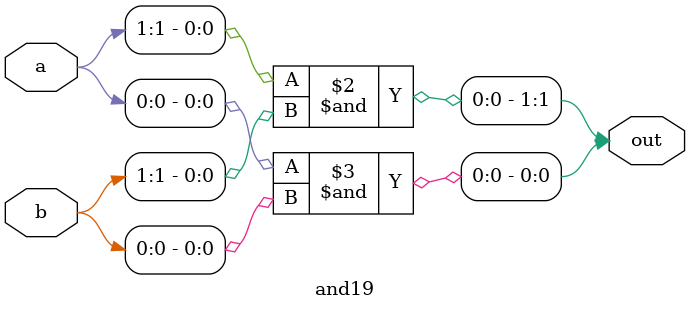
<source format=v>
module and19 (
    input wire [1:0] a,
    input wire [1:0] b,
    output reg [1:0] out
);
    always @(*) begin
        out[1] = a[1] & b[1];
        out[0] = a[0] & b[0];
    end

endmodule

</source>
